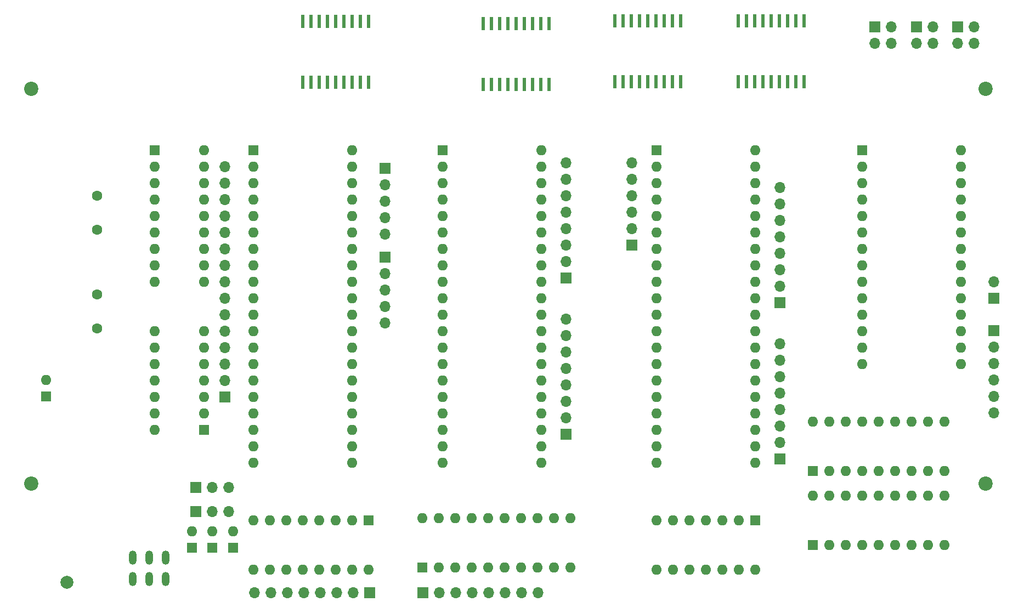
<source format=gbr>
G04 #@! TF.FileFunction,Soldermask,Bot*
%FSLAX46Y46*%
G04 Gerber Fmt 4.6, Leading zero omitted, Abs format (unit mm)*
G04 Created by KiCad (PCBNEW 4.0.3-stable) date 10/01/17 01:55:27*
%MOMM*%
%LPD*%
G01*
G04 APERTURE LIST*
%ADD10C,0.100000*%
%ADD11C,2.200000*%
%ADD12O,1.200000X2.200000*%
%ADD13R,1.700000X1.700000*%
%ADD14O,1.700000X1.700000*%
%ADD15R,1.600000X1.600000*%
%ADD16O,1.600000X1.600000*%
%ADD17C,2.000000*%
%ADD18C,1.600000*%
%ADD19R,0.600000X2.000000*%
G04 APERTURE END LIST*
D10*
D11*
X80010000Y-54610000D03*
X227330000Y-54610000D03*
X227330000Y-115570000D03*
D12*
X95631000Y-127002000D03*
X95631000Y-130302000D03*
X98171000Y-127002000D03*
X98171000Y-130302000D03*
X100711000Y-127002000D03*
X100711000Y-130302000D03*
D13*
X223012000Y-45085000D03*
D14*
X225552000Y-45085000D03*
X223012000Y-47625000D03*
X225552000Y-47625000D03*
D13*
X216662000Y-45085000D03*
D14*
X219202000Y-45085000D03*
X216662000Y-47625000D03*
X219202000Y-47625000D03*
D15*
X114300000Y-64135000D03*
D16*
X129540000Y-112395000D03*
X114300000Y-66675000D03*
X129540000Y-109855000D03*
X114300000Y-69215000D03*
X129540000Y-107315000D03*
X114300000Y-71755000D03*
X129540000Y-104775000D03*
X114300000Y-74295000D03*
X129540000Y-102235000D03*
X114300000Y-76835000D03*
X129540000Y-99695000D03*
X114300000Y-79375000D03*
X129540000Y-97155000D03*
X114300000Y-81915000D03*
X129540000Y-94615000D03*
X114300000Y-84455000D03*
X129540000Y-92075000D03*
X114300000Y-86995000D03*
X129540000Y-89535000D03*
X114300000Y-89535000D03*
X129540000Y-86995000D03*
X114300000Y-92075000D03*
X129540000Y-84455000D03*
X114300000Y-94615000D03*
X129540000Y-81915000D03*
X114300000Y-97155000D03*
X129540000Y-79375000D03*
X114300000Y-99695000D03*
X129540000Y-76835000D03*
X114300000Y-102235000D03*
X129540000Y-74295000D03*
X114300000Y-104775000D03*
X129540000Y-71755000D03*
X114300000Y-107315000D03*
X129540000Y-69215000D03*
X114300000Y-109855000D03*
X129540000Y-66675000D03*
X114300000Y-112395000D03*
X129540000Y-64135000D03*
D17*
X85498000Y-130800000D03*
D15*
X107950000Y-125476000D03*
D16*
X107950000Y-122936000D03*
D15*
X82296000Y-102108000D03*
D16*
X82296000Y-99568000D03*
D13*
X105410000Y-116205000D03*
D14*
X107950000Y-116205000D03*
X110490000Y-116205000D03*
D13*
X162560000Y-107950000D03*
D14*
X162560000Y-105410000D03*
X162560000Y-102870000D03*
X162560000Y-100330000D03*
X162560000Y-97790000D03*
X162560000Y-95250000D03*
X162560000Y-92710000D03*
X162560000Y-90170000D03*
D13*
X162560000Y-83820000D03*
D14*
X162560000Y-81280000D03*
X162560000Y-78740000D03*
X162560000Y-76200000D03*
X162560000Y-73660000D03*
X162560000Y-71120000D03*
X162560000Y-68580000D03*
X162560000Y-66040000D03*
D13*
X228600000Y-86995000D03*
D14*
X228600000Y-84455000D03*
D13*
X172720000Y-78740000D03*
D14*
X172720000Y-76200000D03*
X172720000Y-73660000D03*
X172720000Y-71120000D03*
X172720000Y-68580000D03*
X172720000Y-66040000D03*
D13*
X195580000Y-111760000D03*
D14*
X195580000Y-109220000D03*
X195580000Y-106680000D03*
X195580000Y-104140000D03*
X195580000Y-101600000D03*
X195580000Y-99060000D03*
X195580000Y-96520000D03*
X195580000Y-93980000D03*
D13*
X195580000Y-87630000D03*
D14*
X195580000Y-85090000D03*
X195580000Y-82550000D03*
X195580000Y-80010000D03*
X195580000Y-77470000D03*
X195580000Y-74930000D03*
X195580000Y-72390000D03*
X195580000Y-69850000D03*
D13*
X210185000Y-45085000D03*
D14*
X212725000Y-45085000D03*
X210185000Y-47625000D03*
X212725000Y-47625000D03*
D18*
X90170000Y-91660000D03*
X90170000Y-86360000D03*
X90170000Y-76420000D03*
X90170000Y-71120000D03*
D15*
X99060000Y-64135000D03*
D16*
X106680000Y-84455000D03*
X99060000Y-66675000D03*
X106680000Y-81915000D03*
X99060000Y-69215000D03*
X106680000Y-79375000D03*
X99060000Y-71755000D03*
X106680000Y-76835000D03*
X99060000Y-74295000D03*
X106680000Y-74295000D03*
X99060000Y-76835000D03*
X106680000Y-71755000D03*
X99060000Y-79375000D03*
X106680000Y-69215000D03*
X99060000Y-81915000D03*
X106680000Y-66675000D03*
X99060000Y-84455000D03*
X106680000Y-64135000D03*
D15*
X143510000Y-64135000D03*
D16*
X158750000Y-112395000D03*
X143510000Y-66675000D03*
X158750000Y-109855000D03*
X143510000Y-69215000D03*
X158750000Y-107315000D03*
X143510000Y-71755000D03*
X158750000Y-104775000D03*
X143510000Y-74295000D03*
X158750000Y-102235000D03*
X143510000Y-76835000D03*
X158750000Y-99695000D03*
X143510000Y-79375000D03*
X158750000Y-97155000D03*
X143510000Y-81915000D03*
X158750000Y-94615000D03*
X143510000Y-84455000D03*
X158750000Y-92075000D03*
X143510000Y-86995000D03*
X158750000Y-89535000D03*
X143510000Y-89535000D03*
X158750000Y-86995000D03*
X143510000Y-92075000D03*
X158750000Y-84455000D03*
X143510000Y-94615000D03*
X158750000Y-81915000D03*
X143510000Y-97155000D03*
X158750000Y-79375000D03*
X143510000Y-99695000D03*
X158750000Y-76835000D03*
X143510000Y-102235000D03*
X158750000Y-74295000D03*
X143510000Y-104775000D03*
X158750000Y-71755000D03*
X143510000Y-107315000D03*
X158750000Y-69215000D03*
X143510000Y-109855000D03*
X158750000Y-66675000D03*
X143510000Y-112395000D03*
X158750000Y-64135000D03*
D15*
X176530000Y-64135000D03*
D16*
X191770000Y-112395000D03*
X176530000Y-66675000D03*
X191770000Y-109855000D03*
X176530000Y-69215000D03*
X191770000Y-107315000D03*
X176530000Y-71755000D03*
X191770000Y-104775000D03*
X176530000Y-74295000D03*
X191770000Y-102235000D03*
X176530000Y-76835000D03*
X191770000Y-99695000D03*
X176530000Y-79375000D03*
X191770000Y-97155000D03*
X176530000Y-81915000D03*
X191770000Y-94615000D03*
X176530000Y-84455000D03*
X191770000Y-92075000D03*
X176530000Y-86995000D03*
X191770000Y-89535000D03*
X176530000Y-89535000D03*
X191770000Y-86995000D03*
X176530000Y-92075000D03*
X191770000Y-84455000D03*
X176530000Y-94615000D03*
X191770000Y-81915000D03*
X176530000Y-97155000D03*
X191770000Y-79375000D03*
X176530000Y-99695000D03*
X191770000Y-76835000D03*
X176530000Y-102235000D03*
X191770000Y-74295000D03*
X176530000Y-104775000D03*
X191770000Y-71755000D03*
X176530000Y-107315000D03*
X191770000Y-69215000D03*
X176530000Y-109855000D03*
X191770000Y-66675000D03*
X176530000Y-112395000D03*
X191770000Y-64135000D03*
D15*
X208280000Y-64135000D03*
D16*
X223520000Y-97155000D03*
X208280000Y-66675000D03*
X223520000Y-94615000D03*
X208280000Y-69215000D03*
X223520000Y-92075000D03*
X208280000Y-71755000D03*
X223520000Y-89535000D03*
X208280000Y-74295000D03*
X223520000Y-86995000D03*
X208280000Y-76835000D03*
X223520000Y-84455000D03*
X208280000Y-79375000D03*
X223520000Y-81915000D03*
X208280000Y-81915000D03*
X223520000Y-79375000D03*
X208280000Y-84455000D03*
X223520000Y-76835000D03*
X208280000Y-86995000D03*
X223520000Y-74295000D03*
X208280000Y-89535000D03*
X223520000Y-71755000D03*
X208280000Y-92075000D03*
X223520000Y-69215000D03*
X208280000Y-94615000D03*
X223520000Y-66675000D03*
X208280000Y-97155000D03*
X223520000Y-64135000D03*
D15*
X191770000Y-121285000D03*
D16*
X176530000Y-128905000D03*
X189230000Y-121285000D03*
X179070000Y-128905000D03*
X186690000Y-121285000D03*
X181610000Y-128905000D03*
X184150000Y-121285000D03*
X184150000Y-128905000D03*
X181610000Y-121285000D03*
X186690000Y-128905000D03*
X179070000Y-121285000D03*
X189230000Y-128905000D03*
X176530000Y-121285000D03*
X191770000Y-128905000D03*
D15*
X132080000Y-121285000D03*
D16*
X114300000Y-128905000D03*
X129540000Y-121285000D03*
X116840000Y-128905000D03*
X127000000Y-121285000D03*
X119380000Y-128905000D03*
X124460000Y-121285000D03*
X121920000Y-128905000D03*
X121920000Y-121285000D03*
X124460000Y-128905000D03*
X119380000Y-121285000D03*
X127000000Y-128905000D03*
X116840000Y-121285000D03*
X129540000Y-128905000D03*
X114300000Y-121285000D03*
X132080000Y-128905000D03*
D15*
X200660000Y-125095000D03*
D16*
X220980000Y-117475000D03*
X203200000Y-125095000D03*
X218440000Y-117475000D03*
X205740000Y-125095000D03*
X215900000Y-117475000D03*
X208280000Y-125095000D03*
X213360000Y-117475000D03*
X210820000Y-125095000D03*
X210820000Y-117475000D03*
X213360000Y-125095000D03*
X208280000Y-117475000D03*
X215900000Y-125095000D03*
X205740000Y-117475000D03*
X218440000Y-125095000D03*
X203200000Y-117475000D03*
X220980000Y-125095000D03*
X200660000Y-117475000D03*
D15*
X200660000Y-113665000D03*
D16*
X220980000Y-106045000D03*
X203200000Y-113665000D03*
X218440000Y-106045000D03*
X205740000Y-113665000D03*
X215900000Y-106045000D03*
X208280000Y-113665000D03*
X213360000Y-106045000D03*
X210820000Y-113665000D03*
X210820000Y-106045000D03*
X213360000Y-113665000D03*
X208280000Y-106045000D03*
X215900000Y-113665000D03*
X205740000Y-106045000D03*
X218440000Y-113665000D03*
X203200000Y-106045000D03*
X220980000Y-113665000D03*
X200660000Y-106045000D03*
D19*
X199244268Y-53562284D03*
X197974268Y-53562284D03*
X196704268Y-53562284D03*
X195434268Y-53562284D03*
X194164268Y-53562284D03*
X192894268Y-53562284D03*
X191624268Y-53562284D03*
X190354268Y-53562284D03*
X189084268Y-53562284D03*
X189084268Y-44162284D03*
X190354268Y-44162284D03*
X191624268Y-44162284D03*
X192894268Y-44162284D03*
X194164268Y-44162284D03*
X195434268Y-44162284D03*
X196704268Y-44162284D03*
X197974268Y-44162284D03*
X199244268Y-44162284D03*
D15*
X106680000Y-107315000D03*
D16*
X99060000Y-92075000D03*
X106680000Y-104775000D03*
X99060000Y-94615000D03*
X106680000Y-102235000D03*
X99060000Y-97155000D03*
X106680000Y-99695000D03*
X99060000Y-99695000D03*
X106680000Y-97155000D03*
X99060000Y-102235000D03*
X106680000Y-94615000D03*
X99060000Y-104775000D03*
X106680000Y-92075000D03*
X99060000Y-107315000D03*
D19*
X180194268Y-53562284D03*
X178924268Y-53562284D03*
X177654268Y-53562284D03*
X176384268Y-53562284D03*
X175114268Y-53562284D03*
X173844268Y-53562284D03*
X172574268Y-53562284D03*
X171304268Y-53562284D03*
X170034268Y-53562284D03*
X170034268Y-44162284D03*
X171304268Y-44162284D03*
X172574268Y-44162284D03*
X173844268Y-44162284D03*
X175114268Y-44162284D03*
X176384268Y-44162284D03*
X177654268Y-44162284D03*
X178924268Y-44162284D03*
X180194268Y-44162284D03*
X159874268Y-53942284D03*
X158604268Y-53942284D03*
X157334268Y-53942284D03*
X156064268Y-53942284D03*
X154794268Y-53942284D03*
X153524268Y-53942284D03*
X152254268Y-53942284D03*
X150984268Y-53942284D03*
X149714268Y-53942284D03*
X149714268Y-44542284D03*
X150984268Y-44542284D03*
X152254268Y-44542284D03*
X153524268Y-44542284D03*
X154794268Y-44542284D03*
X156064268Y-44542284D03*
X157334268Y-44542284D03*
X158604268Y-44542284D03*
X159874268Y-44542284D03*
X132044168Y-53595000D03*
X130774168Y-53595000D03*
X129504168Y-53595000D03*
X128234168Y-53595000D03*
X126964168Y-53595000D03*
X125694168Y-53595000D03*
X124424168Y-53595000D03*
X123154168Y-53595000D03*
X121884168Y-53595000D03*
X121884168Y-44195000D03*
X123154168Y-44195000D03*
X124424168Y-44195000D03*
X125694168Y-44195000D03*
X126964168Y-44195000D03*
X128234168Y-44195000D03*
X129504168Y-44195000D03*
X130774168Y-44195000D03*
X132044168Y-44195000D03*
D13*
X105410000Y-119888000D03*
D14*
X107950000Y-119888000D03*
X110490000Y-119888000D03*
D13*
X228600000Y-91948000D03*
D14*
X228600000Y-94488000D03*
X228600000Y-97028000D03*
X228600000Y-99568000D03*
X228600000Y-102108000D03*
X228600000Y-104648000D03*
D13*
X109855000Y-102235000D03*
D14*
X109855000Y-99695000D03*
X109855000Y-97155000D03*
X109855000Y-94615000D03*
X109855000Y-92075000D03*
X109855000Y-89535000D03*
X109855000Y-86995000D03*
X109855000Y-84455000D03*
X109855000Y-81915000D03*
X109855000Y-79375000D03*
X109855000Y-76835000D03*
X109855000Y-74295000D03*
X109855000Y-71755000D03*
X109855000Y-69215000D03*
X109855000Y-66675000D03*
D13*
X134620000Y-80645000D03*
D14*
X134620000Y-83185000D03*
X134620000Y-85725000D03*
X134620000Y-88265000D03*
X134620000Y-90805000D03*
D13*
X134620000Y-66929000D03*
D14*
X134620000Y-69469000D03*
X134620000Y-72009000D03*
X134620000Y-74549000D03*
X134620000Y-77089000D03*
D13*
X140462000Y-132461000D03*
D14*
X143002000Y-132461000D03*
X145542000Y-132461000D03*
X148082000Y-132461000D03*
X150622000Y-132461000D03*
X153162000Y-132461000D03*
X155702000Y-132461000D03*
X158242000Y-132461000D03*
D13*
X132207000Y-132461000D03*
D14*
X129667000Y-132461000D03*
X127127000Y-132461000D03*
X124587000Y-132461000D03*
X122047000Y-132461000D03*
X119507000Y-132461000D03*
X116967000Y-132461000D03*
X114427000Y-132461000D03*
D15*
X140335000Y-128524000D03*
D16*
X163195000Y-120904000D03*
X142875000Y-128524000D03*
X160655000Y-120904000D03*
X145415000Y-128524000D03*
X158115000Y-120904000D03*
X147955000Y-128524000D03*
X155575000Y-120904000D03*
X150495000Y-128524000D03*
X153035000Y-120904000D03*
X153035000Y-128524000D03*
X150495000Y-120904000D03*
X155575000Y-128524000D03*
X147955000Y-120904000D03*
X158115000Y-128524000D03*
X145415000Y-120904000D03*
X160655000Y-128524000D03*
X142875000Y-120904000D03*
X163195000Y-128524000D03*
X140335000Y-120904000D03*
D15*
X111125000Y-125476000D03*
D16*
X111125000Y-122936000D03*
D15*
X104775000Y-125476000D03*
D16*
X104775000Y-122936000D03*
D11*
X80010000Y-115570000D03*
M02*

</source>
